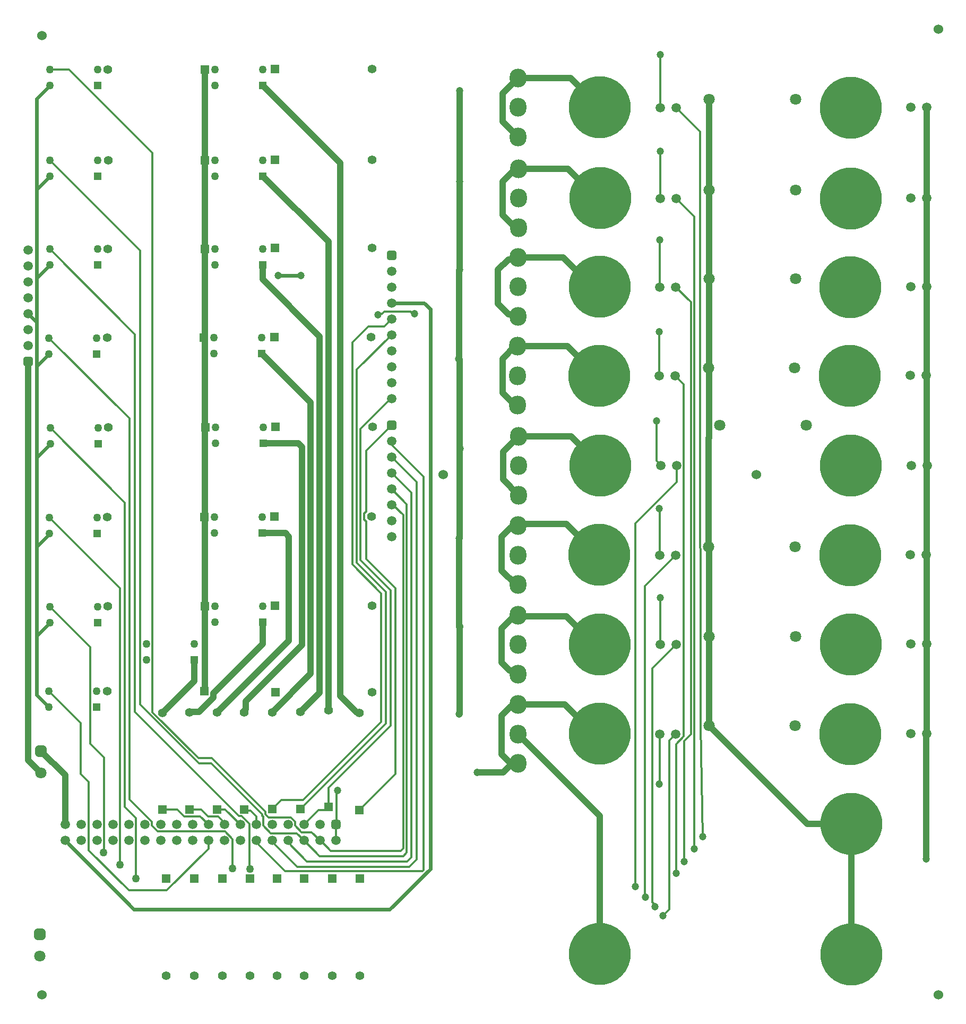
<source format=gtl>
G04*
G04 #@! TF.GenerationSoftware,Altium Limited,Altium Designer,24.4.1 (13)*
G04*
G04 Layer_Physical_Order=1*
G04 Layer_Color=255*
%FSLAX25Y25*%
%MOIN*%
G70*
G04*
G04 #@! TF.SameCoordinates,870DF38A-AD74-42CB-99D2-8A797F58AB83*
G04*
G04*
G04 #@! TF.FilePolarity,Positive*
G04*
G01*
G75*
%ADD12C,0.01000*%
%ADD16C,0.38976*%
%ADD18R,0.05512X0.05512*%
%ADD19C,0.05512*%
%ADD22R,0.05512X0.05512*%
%ADD32C,0.01181*%
%ADD33C,0.02362*%
%ADD34C,0.03937*%
%ADD35O,0.10630X0.11811*%
%ADD36C,0.04961*%
%ADD37R,0.04961X0.04961*%
%ADD38C,0.05906*%
%ADD39C,0.07087*%
G04:AMPARAMS|DCode=40|XSize=70.87mil|YSize=70.87mil|CornerRadius=17.72mil|HoleSize=0mil|Usage=FLASHONLY|Rotation=270.000|XOffset=0mil|YOffset=0mil|HoleType=Round|Shape=RoundedRectangle|*
%AMROUNDEDRECTD40*
21,1,0.07087,0.03543,0,0,270.0*
21,1,0.03543,0.07087,0,0,270.0*
1,1,0.03543,-0.01772,-0.01772*
1,1,0.03543,-0.01772,0.01772*
1,1,0.03543,0.01772,0.01772*
1,1,0.03543,0.01772,-0.01772*
%
%ADD40ROUNDEDRECTD40*%
G04:AMPARAMS|DCode=41|XSize=59.06mil|YSize=59.06mil|CornerRadius=14.76mil|HoleSize=0mil|Usage=FLASHONLY|Rotation=180.000|XOffset=0mil|YOffset=0mil|HoleType=Round|Shape=RoundedRectangle|*
%AMROUNDEDRECTD41*
21,1,0.05906,0.02953,0,0,180.0*
21,1,0.02953,0.05906,0,0,180.0*
1,1,0.02953,-0.01476,0.01476*
1,1,0.02953,0.01476,0.01476*
1,1,0.02953,0.01476,-0.01476*
1,1,0.02953,-0.01476,-0.01476*
%
%ADD41ROUNDEDRECTD41*%
%ADD42C,0.05984*%
G04:AMPARAMS|DCode=43|XSize=59.84mil|YSize=59.84mil|CornerRadius=14.96mil|HoleSize=0mil|Usage=FLASHONLY|Rotation=270.000|XOffset=0mil|YOffset=0mil|HoleType=Round|Shape=RoundedRectangle|*
%AMROUNDEDRECTD43*
21,1,0.05984,0.02992,0,0,270.0*
21,1,0.02992,0.05984,0,0,270.0*
1,1,0.02992,-0.01496,-0.01496*
1,1,0.02992,-0.01496,0.01496*
1,1,0.02992,0.01496,0.01496*
1,1,0.02992,0.01496,-0.01496*
%
%ADD43ROUNDEDRECTD43*%
%ADD44C,0.06000*%
%ADD45C,0.05000*%
%ADD46C,0.04724*%
D12*
X191400Y110900D02*
X191750D01*
D16*
X367600Y346400D02*
D03*
X524700Y571100D02*
D03*
X367300Y571300D02*
D03*
X524199Y402599D02*
D03*
X525100Y121300D02*
D03*
X524567Y177700D02*
D03*
X524767Y514100D02*
D03*
X524599Y458499D02*
D03*
X524399Y289999D02*
D03*
X524700Y233900D02*
D03*
X525000Y346200D02*
D03*
X525100Y39500D02*
D03*
X367300Y39600D02*
D03*
X367167Y177900D02*
D03*
X367300Y234100D02*
D03*
X366999Y290199D02*
D03*
X366799Y402799D02*
D03*
X367199Y458699D02*
D03*
X367367Y514300D02*
D03*
D18*
X199100Y87033D02*
D03*
X216500D02*
D03*
X95000Y86966D02*
D03*
X112500Y87000D02*
D03*
X130100Y86900D02*
D03*
X164600Y86933D02*
D03*
X147500D02*
D03*
X181600Y87000D02*
D03*
X216200Y130067D02*
D03*
X92400Y130267D02*
D03*
X109500Y130467D02*
D03*
X126900D02*
D03*
X144000D02*
D03*
X161400Y130567D02*
D03*
X179300Y130767D02*
D03*
X196800Y131900D02*
D03*
D19*
X199100Y26167D02*
D03*
X216500D02*
D03*
X95000Y26100D02*
D03*
X112500Y26134D02*
D03*
X130100Y26034D02*
D03*
X164600Y26067D02*
D03*
X147500D02*
D03*
X181600Y26134D02*
D03*
X216200Y190933D02*
D03*
X224133Y595500D02*
D03*
X58300Y595100D02*
D03*
X92400Y191133D02*
D03*
X109500Y191333D02*
D03*
X126900D02*
D03*
X144000D02*
D03*
X161400Y191433D02*
D03*
X179300Y191633D02*
D03*
X196800Y192766D02*
D03*
X224266Y204100D02*
D03*
X224133Y258300D02*
D03*
X223832Y314399D02*
D03*
X224433Y370600D02*
D03*
X223632Y426999D02*
D03*
X224032Y482899D02*
D03*
X224200Y538500D02*
D03*
X58000Y204600D02*
D03*
X58300Y257900D02*
D03*
X57999Y313999D02*
D03*
X58600Y370200D02*
D03*
X57799Y426599D02*
D03*
X58199Y482499D02*
D03*
X58367Y538100D02*
D03*
D22*
X163267Y595500D02*
D03*
X119166Y595100D02*
D03*
X163400Y204100D02*
D03*
X163267Y258300D02*
D03*
X162966Y314399D02*
D03*
X163567Y370600D02*
D03*
X162766Y426999D02*
D03*
X163166Y482899D02*
D03*
X163334Y538500D02*
D03*
X118866Y204600D02*
D03*
X119166Y257900D02*
D03*
X118866Y313999D02*
D03*
X119466Y370200D02*
D03*
X118666Y426599D02*
D03*
X119065Y482499D02*
D03*
X119233Y538100D02*
D03*
D32*
X430249Y407794D02*
X430249Y407791D01*
X430617Y182892D02*
X430618Y182812D01*
X21100Y204800D02*
X41200Y184700D01*
Y152600D02*
X46200Y147600D01*
X41200Y152600D02*
Y184700D01*
X46200Y104800D02*
Y147600D01*
X155298Y126425D02*
Y127236D01*
X115644Y159259D02*
X123275D01*
X155298Y127236D01*
Y126425D02*
X155731Y125992D01*
Y120369D02*
Y125992D01*
X160645Y115455D02*
X176845D01*
X155731Y120369D02*
X160645Y115455D01*
X216943Y369513D02*
X235830Y388400D01*
X216943Y286957D02*
Y369513D01*
Y286957D02*
X235900Y268000D01*
X214580Y285520D02*
Y406580D01*
X233000Y184467D02*
Y267100D01*
X214580Y285520D02*
X233000Y267100D01*
X235830Y388400D02*
X236400D01*
X231817Y433817D02*
X236400Y438400D01*
X211700Y423766D02*
X221751Y433817D01*
X231817D01*
X211700Y284200D02*
Y423766D01*
X214580Y406580D02*
X236400Y428400D01*
X211700Y284200D02*
X230000Y265900D01*
X407000Y63600D02*
X411000Y67600D01*
Y173733D02*
X414968Y177701D01*
X411000Y67600D02*
Y173733D01*
X144000Y130467D02*
X144784Y129683D01*
X147836D02*
X151400Y126119D01*
Y120900D02*
Y126119D01*
X144784Y129683D02*
X147836D01*
X194967Y130067D02*
X196800Y131900D01*
X181400Y120900D02*
X190567Y130067D01*
X194967D01*
X71400Y79600D02*
X95300D01*
X46200Y104800D02*
X71400Y79600D01*
X75300Y191706D02*
X140673Y126333D01*
X21699Y482299D02*
X75300Y428699D01*
Y191706D02*
Y428699D01*
X78542Y196361D02*
X115644Y159259D01*
X78542Y196361D02*
Y481225D01*
X21867Y537900D02*
X78542Y481225D01*
X66000Y95700D02*
Y269299D01*
X21499Y313799D02*
X66000Y269299D01*
X55665Y103465D02*
X55731Y103531D01*
X55600Y103400D02*
X55665Y103465D01*
X55731Y103531D02*
Y163139D01*
X47242Y171628D02*
X55731Y163139D01*
X47242Y171628D02*
Y232258D01*
X21800Y257700D02*
X47242Y232258D01*
X75733Y87033D02*
Y125167D01*
Y87033D02*
X75800Y86966D01*
X95300Y79600D02*
X121400Y105700D01*
Y110900D01*
X69000Y131900D02*
X75733Y125167D01*
X69000Y131900D02*
Y323100D01*
X22100Y370000D02*
X69000Y323100D01*
X136600Y93531D02*
Y111825D01*
X131855Y116569D02*
X136600Y111825D01*
X89606Y116569D02*
X131855D01*
X85731Y120445D02*
X89606Y116569D01*
X71800Y136625D02*
X85731Y122694D01*
X71800Y136625D02*
Y375899D01*
X85731Y120445D02*
Y122694D01*
X21299Y426399D02*
X71800Y375899D01*
X147069Y93531D02*
Y121355D01*
X142092Y126333D02*
X147069Y121355D01*
Y93531D02*
X147500Y93100D01*
X140673Y126333D02*
X142092D01*
X176845Y115455D02*
X181400Y110900D01*
X159276Y125231D02*
X173194D01*
X175731Y120344D02*
X179950Y116124D01*
X175731Y120344D02*
Y122694D01*
X179950Y116124D02*
X186176D01*
X173194Y125231D02*
X175731Y122694D01*
X123589Y162611D02*
X157266Y128934D01*
Y127240D02*
Y128934D01*
X115076Y162611D02*
X123589D01*
X157266Y127240D02*
X159276Y125231D01*
X86258Y191429D02*
Y542542D01*
X33900Y594900D02*
X86258Y542542D01*
X21800Y594900D02*
X33900D01*
X186176Y116124D02*
X191400Y110900D01*
X86258Y191429D02*
X115076Y162611D01*
X256400Y92492D02*
Y339500D01*
X237093Y358807D02*
X256400Y339500D01*
X169400Y91800D02*
X255708D01*
X256400Y92492D01*
X247484Y94413D02*
X252200Y99129D01*
X236400Y351700D02*
X252200Y335900D01*
Y99129D02*
Y335900D01*
X236400Y341700D02*
X248700Y329400D01*
Y100384D02*
Y329400D01*
X246092Y97776D02*
X248700Y100384D01*
X236400Y331700D02*
X246000Y322100D01*
Y103301D02*
Y322100D01*
X243837Y101138D02*
X246000Y103301D01*
X220500Y355800D02*
X236400Y371700D01*
X219305Y312524D02*
Y316275D01*
X220500Y287700D02*
X238900Y269300D01*
X220500Y287700D02*
Y311329D01*
X219305Y316275D02*
X220500Y317470D01*
Y355800D01*
X219305Y312524D02*
X220500Y311329D01*
X151400Y109800D02*
Y110900D01*
Y109800D02*
X169400Y91800D01*
X181400Y110900D02*
X191162Y101138D01*
X243837D01*
X183324Y97776D02*
X246092D01*
X171400Y109700D02*
Y110900D01*
Y109700D02*
X183324Y97776D01*
X161400Y110065D02*
X177052Y94413D01*
X161400Y110065D02*
Y110900D01*
X177052Y94413D02*
X247484D01*
X191750Y110900D02*
X198150Y104500D01*
X430249Y407791D02*
X430617Y182892D01*
X430618Y182812D02*
X431800Y113500D01*
X430100Y556101D02*
X430249Y407794D01*
X198150Y104500D02*
X242316D01*
X430094Y556108D02*
X430100Y556101D01*
X415101Y571101D02*
X430094Y556108D01*
X243700Y105884D02*
Y315200D01*
X242316Y104500D02*
X243700Y105884D01*
X415100Y171408D02*
X419944Y176252D01*
X415100Y90400D02*
Y171408D01*
X420300Y97700D02*
Y173523D01*
X424400Y177623D01*
X426600Y106000D02*
Y502668D01*
X426400Y105800D02*
X426600Y106000D01*
X415168Y514101D02*
X426600Y502668D01*
X236400Y361700D02*
X237093Y361007D01*
Y358807D02*
Y361007D01*
X106070Y126035D02*
X116265D01*
X121400Y120900D01*
X92400Y130267D02*
X101839D01*
X106070Y126035D01*
X405200Y571200D02*
Y604300D01*
X405101Y571101D02*
X405200Y571200D01*
Y604300D02*
X405300Y604400D01*
X395519Y270719D02*
X414800Y290000D01*
X395519Y75981D02*
Y270719D01*
X389500Y82000D02*
Y310172D01*
X415401Y336072D01*
X16200Y153400D02*
X16200D01*
X236400Y321700D02*
X237206Y320895D01*
X237200Y321700D02*
X243700Y315200D01*
X424400Y177623D02*
Y449100D01*
X401700Y69500D02*
Y70533D01*
X400200Y72033D02*
X401700Y70533D01*
X400200Y72033D02*
Y219000D01*
X415101Y233901D01*
X419944Y176252D02*
Y397256D01*
X414600Y402600D02*
X419944Y397256D01*
X395519Y75981D02*
X396000Y75500D01*
X415401Y336072D02*
Y346201D01*
X415000Y458500D02*
X424400Y449100D01*
X161400Y130567D02*
X167133Y136300D01*
X180800D01*
X230000Y185500D01*
Y265900D01*
X179300Y130767D02*
X233000Y184467D01*
X235900Y183100D02*
Y268000D01*
X196800Y144000D02*
X235900Y183100D01*
X196800Y131900D02*
Y144000D01*
X238900Y152767D02*
Y269300D01*
X216200Y130067D02*
X238900Y152767D01*
X236400Y321700D02*
X237200D01*
X201400Y120900D02*
X201900Y121400D01*
Y142000D01*
X201400Y110900D02*
Y120900D01*
X201900Y142000D02*
X202400Y142500D01*
X404734Y146734D02*
Y177467D01*
X404500Y146500D02*
X404734Y146734D01*
Y177467D02*
X404968Y177701D01*
X109400Y130467D02*
X116933D01*
X121280Y126120D01*
X405101Y233901D02*
Y263400D01*
X131966Y130334D02*
X141400Y120900D01*
X126800Y130334D02*
X131966D01*
X404600Y319487D02*
X404800Y319287D01*
Y290000D02*
Y319287D01*
X402900Y349255D02*
Y374400D01*
X405401Y346201D02*
Y346754D01*
X402900Y349255D02*
X405401Y346754D01*
X228531Y441731D02*
X230555D01*
X227800Y441000D02*
X228531Y441731D01*
X230555D02*
X231807Y442983D01*
X248384D01*
X249667Y441700D01*
X250700D01*
X404600Y402600D02*
Y430272D01*
X121280Y126120D02*
X127458D01*
X131400Y122178D01*
Y120900D02*
Y122178D01*
X177135Y128602D02*
X179300Y130767D01*
X405000Y458500D02*
Y487999D01*
X405168Y514101D02*
Y543600D01*
D33*
X13500Y351500D02*
Y408600D01*
X21299Y416399D01*
X13500Y408600D02*
Y436500D01*
Y519600D02*
Y576600D01*
Y436500D02*
Y463999D01*
Y519600D01*
X31400Y110900D02*
X74500Y67800D01*
X235327D01*
X260700Y93173D02*
Y444600D01*
X236400Y448400D02*
X256900D01*
X260700Y444600D01*
X235327Y67800D02*
X260700Y93173D01*
X13500Y295499D02*
X21499Y303499D01*
X13500Y239400D02*
Y295499D01*
Y351500D01*
X21499Y303499D02*
Y303799D01*
X13500Y202400D02*
Y239400D01*
Y351500D02*
X21800Y359800D01*
X13500Y239400D02*
X21800Y247700D01*
X13500Y202400D02*
X21100Y194800D01*
X13500Y576600D02*
X21800Y584900D01*
X13399Y463999D02*
X21699Y472299D01*
X13567Y519600D02*
X21867Y527900D01*
X8300Y441700D02*
X13500Y436500D01*
X165300Y465600D02*
X179500D01*
D34*
X155399Y463394D02*
Y472499D01*
Y463394D02*
X191300Y427493D01*
X180200Y233700D02*
Y357894D01*
X144787Y198287D02*
X180200Y233700D01*
X144787Y193234D02*
Y198287D01*
X144301Y192748D02*
X144787Y193234D01*
X144301Y191634D02*
Y192748D01*
X144000Y191333D02*
X144301Y191634D01*
X172000Y236433D02*
Y301693D01*
X126900Y191333D02*
X172000Y236433D01*
X315699Y308607D02*
X316753Y309661D01*
X314419Y307327D02*
X315699Y308607D01*
X185600Y215633D02*
Y385999D01*
X161400Y191433D02*
X185600Y215633D01*
X154999Y416599D02*
X185600Y385999D01*
X155199Y303999D02*
X169694D01*
X172000Y301693D01*
X119166Y257900D02*
Y595100D01*
X572601Y234201D02*
Y571401D01*
X435817Y363738D02*
Y576233D01*
X204100Y201700D02*
X214566Y191234D01*
X204100Y201700D02*
Y536500D01*
X215899Y191234D02*
X216200Y190933D01*
X214566Y191234D02*
X215899D01*
X177894Y360200D02*
X180200Y357894D01*
X155800Y360200D02*
X177894D01*
X191300Y203633D02*
Y427493D01*
X179300Y191633D02*
X191300Y203633D01*
X155567Y528100D02*
X196800Y486867D01*
Y192766D02*
Y486867D01*
X155500Y585100D02*
X204100Y536500D01*
X155500Y234200D02*
Y247900D01*
X124591Y200615D02*
Y203291D01*
X155500Y234200D01*
X109500Y191333D02*
X109801Y191634D01*
X115610D01*
X124591Y200615D01*
X119166Y204900D02*
Y257900D01*
X314586Y195027D02*
X315867Y196308D01*
X305490Y189402D02*
X311115Y195027D01*
X315867Y196308D02*
X345288D01*
X305490Y165139D02*
X311329Y159300D01*
X345288Y196308D02*
X363696Y177900D01*
X367167D01*
X305490Y165139D02*
Y189402D01*
X311115Y195027D02*
X314586D01*
X306612Y153600D02*
X312312Y159300D01*
X290300Y153600D02*
X306612D01*
X312312Y159300D02*
X315867D01*
X314719Y251227D02*
X316000Y252508D01*
X312770Y251227D02*
X314719D01*
X305500Y222698D02*
X310352Y217846D01*
X363998Y234100D02*
X367300D01*
X305500Y243957D02*
X312770Y251227D01*
X316676Y251832D02*
X346266D01*
X310352Y217846D02*
X311843D01*
X346266Y251832D02*
X363998Y234100D01*
X305500Y222698D02*
Y243957D01*
X314189Y215500D02*
X316000D01*
Y252508D02*
X316676Y251832D01*
X311843Y217846D02*
X314189Y215500D01*
X305500Y301787D02*
X311040Y307327D01*
X365728Y290199D02*
X366999D01*
X316753Y309661D02*
X346266D01*
X365728Y290199D01*
X311040Y307327D02*
X314419D01*
X305500Y280527D02*
X314428Y271599D01*
X315699D01*
X305500Y280527D02*
Y301787D01*
X306500Y337600D02*
Y355008D01*
X316300Y364808D01*
X306500Y337600D02*
X316300Y327800D01*
X346818Y421207D02*
X365226Y402799D01*
X306052Y392073D02*
Y413333D01*
X365226Y402799D02*
X366799D01*
X313926Y421207D02*
X346818D01*
X313926Y384199D02*
X315499D01*
X306052Y392073D02*
X313926Y384199D01*
X306052Y413333D02*
X313926Y421207D01*
X314619Y475827D02*
X315899Y477107D01*
X309844Y475827D02*
X314619D01*
X303251Y469233D02*
X309844Y475827D01*
Y441380D02*
X314619D01*
X344017Y477107D02*
X362425Y458699D01*
X303251Y447973D02*
X309844Y441380D01*
X303251Y447973D02*
Y469233D01*
X314619Y441380D02*
X315899Y440099D01*
Y477107D02*
X344017D01*
X362425Y458699D02*
X367199D01*
X314786Y531427D02*
X316067Y532708D01*
X312867Y531427D02*
X314786D01*
X311110Y498738D02*
X311218D01*
X314256Y495700D01*
X347040Y532708D02*
X365448Y514300D01*
X306274Y503574D02*
X311110Y498738D01*
X306274Y503574D02*
Y524834D01*
X365448Y514300D02*
X367367D01*
X306274Y524834D02*
X312867Y531427D01*
X314256Y495700D02*
X316067D01*
Y532708D02*
X347040D01*
X306300Y580008D02*
X316000Y589708D01*
X306300Y562400D02*
Y580008D01*
Y562400D02*
X316000Y552700D01*
X315867Y177804D02*
X367300Y126371D01*
Y39600D02*
Y126371D01*
X8300Y161300D02*
Y411700D01*
Y161300D02*
X16200Y153400D01*
X279116Y300733D02*
Y356634D01*
X435817Y239034D02*
Y295199D01*
Y182966D02*
Y239034D01*
X525100Y39500D02*
Y121300D01*
X279000Y190200D02*
X279058Y190258D01*
Y244576D02*
X279116Y244634D01*
X279058Y190258D02*
Y244576D01*
X278966Y245834D02*
Y300583D01*
X278816Y300733D02*
X278966Y300583D01*
Y245834D02*
X279400Y245400D01*
X279116Y356634D02*
X279416Y356934D01*
X279016Y357334D02*
X279416Y356934D01*
X278616Y413333D02*
X279016Y412933D01*
Y357334D02*
Y412933D01*
X278816Y469033D02*
X279016Y469233D01*
X278816Y413533D02*
Y469033D01*
X278616Y413333D02*
X278816Y413533D01*
X279099Y524750D02*
X279183Y524834D01*
X279099Y469317D02*
Y524750D01*
X279016Y469233D02*
X279099Y469317D01*
X279150Y524867D02*
Y581800D01*
X279116Y581834D02*
X279150Y581800D01*
Y524867D02*
X279183Y524834D01*
X572284Y177684D02*
X572601Y178001D01*
X572284Y99584D02*
Y177684D01*
X572100Y99400D02*
X572284Y99584D01*
X572601Y178001D02*
Y234201D01*
X435817Y239034D02*
X435884Y239100D01*
X435517Y295133D02*
X435583Y295199D01*
Y363700D01*
X435780D02*
X435817Y363738D01*
X316300Y364808D02*
X349192D01*
X367600Y346400D01*
X435317Y407733D02*
X435383Y407799D01*
X92400Y191133D02*
X112400Y211133D01*
Y224200D01*
X31400Y120900D02*
Y151979D01*
X16200Y167180D02*
X31400Y151979D01*
X316000Y589708D02*
X348892D01*
X367300Y571300D01*
X435717Y463633D02*
X435783Y463699D01*
X435884Y519234D02*
X435951Y519300D01*
X118866Y204600D02*
X119166Y204900D01*
X435751Y182900D02*
X497351Y121300D01*
X525100D01*
X435817Y576233D02*
X435884Y576300D01*
X435751Y182900D02*
X435817Y182966D01*
D35*
X315867Y159300D02*
D03*
Y177804D02*
D03*
Y196308D02*
D03*
X316000Y215500D02*
D03*
Y234004D02*
D03*
Y252508D02*
D03*
X315699Y271599D02*
D03*
Y290103D02*
D03*
Y308607D02*
D03*
X316300Y327800D02*
D03*
Y346304D02*
D03*
Y364808D02*
D03*
X315499Y384199D02*
D03*
Y402703D02*
D03*
Y421207D02*
D03*
X315899Y440099D02*
D03*
Y458603D02*
D03*
Y477107D02*
D03*
X316067Y495700D02*
D03*
Y514204D02*
D03*
Y532708D02*
D03*
X316000Y552700D02*
D03*
Y571204D02*
D03*
Y589708D02*
D03*
D36*
X21800Y584900D02*
D03*
Y594900D02*
D03*
X51800D02*
D03*
X21867Y527900D02*
D03*
Y537900D02*
D03*
X51867D02*
D03*
X21699Y472299D02*
D03*
Y482299D02*
D03*
X51699D02*
D03*
X51299Y426399D02*
D03*
X21299D02*
D03*
Y416399D02*
D03*
X22100Y360000D02*
D03*
Y370000D02*
D03*
X52100D02*
D03*
X21499Y303799D02*
D03*
Y313799D02*
D03*
X51499D02*
D03*
X21800Y247700D02*
D03*
Y257700D02*
D03*
X51800D02*
D03*
X21100Y194800D02*
D03*
Y204800D02*
D03*
X51100D02*
D03*
X125500Y585100D02*
D03*
Y595100D02*
D03*
X155500D02*
D03*
X125567Y528100D02*
D03*
Y538100D02*
D03*
X155567D02*
D03*
X125399Y472499D02*
D03*
Y482499D02*
D03*
X155399D02*
D03*
X124999Y416599D02*
D03*
Y426599D02*
D03*
X154999D02*
D03*
X125800Y360200D02*
D03*
Y370200D02*
D03*
X155800D02*
D03*
X125199Y303999D02*
D03*
Y313999D02*
D03*
X155199D02*
D03*
X155500Y257900D02*
D03*
X125500D02*
D03*
Y247900D02*
D03*
X112400Y234200D02*
D03*
X82400D02*
D03*
Y224200D02*
D03*
D37*
X51800Y584900D02*
D03*
X51867Y527900D02*
D03*
X51699Y472299D02*
D03*
X51299Y416399D02*
D03*
X52100Y360000D02*
D03*
X51499Y303799D02*
D03*
X51800Y247700D02*
D03*
X51100Y194800D02*
D03*
X155500Y585100D02*
D03*
X155567Y528100D02*
D03*
X155399Y472499D02*
D03*
X154999Y416599D02*
D03*
X155800Y360200D02*
D03*
X155199Y303999D02*
D03*
X155500Y247900D02*
D03*
X112400Y224200D02*
D03*
D38*
X572601Y571401D02*
D03*
X562601D02*
D03*
X415101Y571101D02*
D03*
X405101D02*
D03*
X562468Y178001D02*
D03*
X572468D02*
D03*
X562601Y234201D02*
D03*
X572601D02*
D03*
X562300Y290300D02*
D03*
X572300D02*
D03*
X562901Y346501D02*
D03*
X572901D02*
D03*
X562100Y402900D02*
D03*
X572100D02*
D03*
X562500Y458800D02*
D03*
X572500D02*
D03*
X562668Y514401D02*
D03*
X572668D02*
D03*
X404968Y177701D02*
D03*
X414968D02*
D03*
X405101Y233901D02*
D03*
X415101D02*
D03*
X404800Y290000D02*
D03*
X414800D02*
D03*
X405401Y346201D02*
D03*
X415401D02*
D03*
X404600Y402600D02*
D03*
X414600D02*
D03*
X405000Y458500D02*
D03*
X415000D02*
D03*
X405168Y514101D02*
D03*
X415168D02*
D03*
X61400Y110900D02*
D03*
Y120900D02*
D03*
X81400Y110900D02*
D03*
Y120900D02*
D03*
X91400Y110900D02*
D03*
Y120900D02*
D03*
X101400Y110900D02*
D03*
Y120900D02*
D03*
X111400Y110900D02*
D03*
Y120900D02*
D03*
X131400Y110900D02*
D03*
Y120900D02*
D03*
X151400Y110900D02*
D03*
Y120900D02*
D03*
X171400Y110900D02*
D03*
Y120900D02*
D03*
X201400Y110900D02*
D03*
X191400Y120900D02*
D03*
Y110900D02*
D03*
X181400Y120900D02*
D03*
Y110900D02*
D03*
X161400Y120900D02*
D03*
Y110900D02*
D03*
X141400Y120900D02*
D03*
Y110900D02*
D03*
X121400Y120900D02*
D03*
Y110900D02*
D03*
X71400Y120900D02*
D03*
Y110900D02*
D03*
X51400Y120900D02*
D03*
Y110900D02*
D03*
X41400Y120900D02*
D03*
X31400D02*
D03*
X41400Y110900D02*
D03*
X31400D02*
D03*
D39*
X435884Y576300D02*
D03*
X490116D02*
D03*
X16200Y153400D02*
D03*
X15600Y38400D02*
D03*
X489615Y407799D02*
D03*
X435383D02*
D03*
X489983Y182900D02*
D03*
X435751D02*
D03*
X490116Y239100D02*
D03*
X435884D02*
D03*
X442668Y371700D02*
D03*
X496900D02*
D03*
X489816Y295199D02*
D03*
X435583D02*
D03*
X490183Y519300D02*
D03*
X435951D02*
D03*
X490016Y463699D02*
D03*
X435783D02*
D03*
D40*
X16200Y167180D02*
D03*
X15600Y52179D02*
D03*
D41*
X201400Y120900D02*
D03*
D42*
X236400Y418400D02*
D03*
Y458400D02*
D03*
Y468400D02*
D03*
Y448400D02*
D03*
Y438400D02*
D03*
Y428400D02*
D03*
Y408400D02*
D03*
Y398400D02*
D03*
Y388400D02*
D03*
Y301700D02*
D03*
Y311700D02*
D03*
Y351700D02*
D03*
Y361700D02*
D03*
Y341700D02*
D03*
Y331700D02*
D03*
Y321700D02*
D03*
X8300Y481700D02*
D03*
Y471700D02*
D03*
Y431700D02*
D03*
Y421700D02*
D03*
Y441700D02*
D03*
Y451700D02*
D03*
Y461700D02*
D03*
D43*
X236400Y478400D02*
D03*
Y371700D02*
D03*
X8300Y411700D02*
D03*
D44*
X465600Y340780D02*
D03*
X579773Y620307D02*
D03*
Y14008D02*
D03*
X16781D02*
D03*
Y616370D02*
D03*
X268750Y340780D02*
D03*
D45*
X66000Y95700D02*
D03*
X55665Y103465D02*
D03*
X75800Y86966D02*
D03*
X136600Y93531D02*
D03*
X147500Y93100D02*
D03*
D46*
X415100Y90400D02*
D03*
X420300Y97700D02*
D03*
X426400Y105800D02*
D03*
X431800Y113500D02*
D03*
X405300Y604400D02*
D03*
X572100Y99400D02*
D03*
X407000Y63600D02*
D03*
X279000Y190200D02*
D03*
X279116Y244634D02*
D03*
X278816Y300733D02*
D03*
X279416Y356934D02*
D03*
X278616Y413333D02*
D03*
X279016Y469233D02*
D03*
X279183Y524834D02*
D03*
X279116Y581834D02*
D03*
X396000Y75500D02*
D03*
X401700Y69500D02*
D03*
X389500Y82000D02*
D03*
X290300Y153600D02*
D03*
X202400Y142500D02*
D03*
X404500Y146500D02*
D03*
X405101Y263400D02*
D03*
X404600Y319487D02*
D03*
X402900Y374400D02*
D03*
X227800Y441000D02*
D03*
X250700Y441700D02*
D03*
X404600Y430272D02*
D03*
X179500Y465600D02*
D03*
X165300D02*
D03*
X405000Y487999D02*
D03*
X405168Y543600D02*
D03*
M02*

</source>
